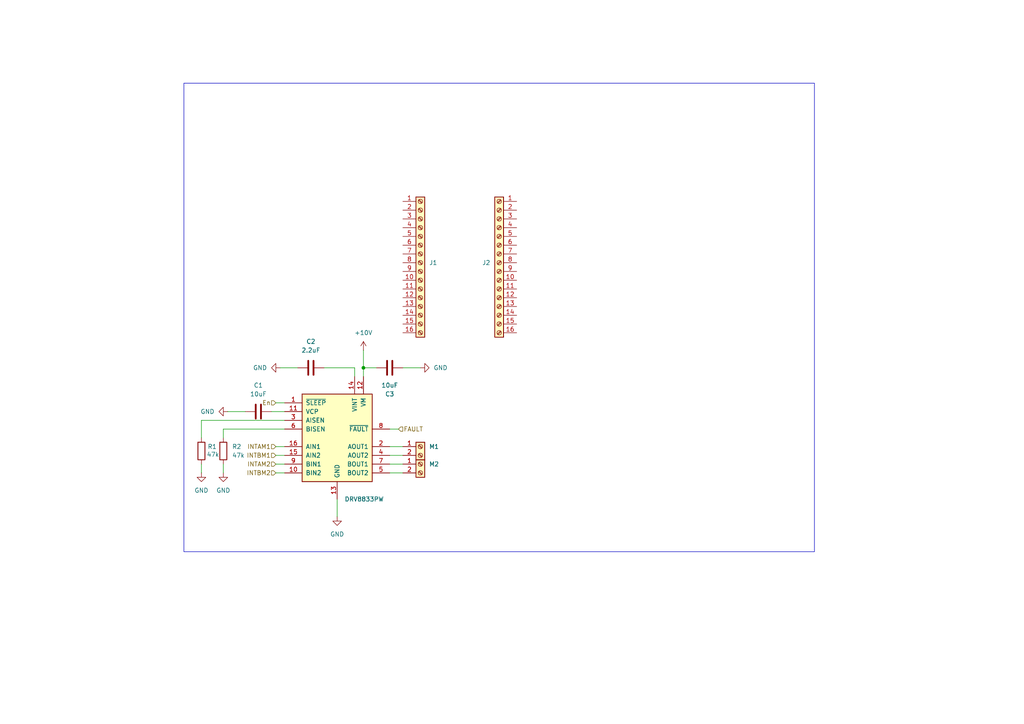
<source format=kicad_sch>
(kicad_sch (version 20250114) (generator "eeschema") (generator_version "9.0")
  (paper "A4")
  (lib_symbols
    (symbol "Connector:Screw_Terminal_01x02" (pin_names (offset 1.016) (hide yes))
      (property "Reference" "J" (at 0 2.54 0))
      (property "Value" "Screw_Terminal_01x02" (at 0 -5.08 0))
      (symbol "Screw_Terminal_01x02_1_1"
        (rectangle (start -1.27 1.27) (end 1.27 -3.81) (stroke (width 0.254)) (fill (type background)))
        (polyline (pts (xy -0.5334 0.3302) (xy 0.3302 -0.508)) (stroke (width 0.1524)))
        (polyline (pts (xy -0.5334 -2.2098) (xy 0.3302 -3.048)) (stroke (width 0.1524)))
        (polyline (pts (xy -0.3556 0.508) (xy 0.508 -0.3302)) (stroke (width 0.1524)))
        (polyline (pts (xy -0.3556 -2.032) (xy 0.508 -2.8702)) (stroke (width 0.1524)))
        (circle (center 0 0) (radius 0.635) (stroke (width 0.1524)))
        (circle (center 0 -2.54) (radius 0.635) (stroke (width 0.1524)))
        (pin passive line (at -5.08 0 0) (length 3.81) (name "Pin_1") (number "1"))
        (pin passive line (at -5.08 -2.54 0) (length 3.81) (name "Pin_2") (number "2"))
      )
    )
    (symbol "Connector:Screw_Terminal_01x16" (pin_names (offset 1.016) (hide yes))
      (property "Reference" "J" (at 0 20.32 0))
      (property "Value" "Screw_Terminal_01x16" (at 0 -22.86 0))
      (symbol "Screw_Terminal_01x16_1_1"
        (rectangle (start -1.27 19.05) (end 1.27 -21.59) (stroke (width 0.254)) (fill (type background)))
        (polyline (pts (xy -0.5334 18.1102) (xy 0.3302 17.272)) (stroke (width 0.1524)))
        (polyline (pts (xy -0.5334 15.5702) (xy 0.3302 14.732)) (stroke (width 0.1524)))
        (polyline (pts (xy -0.5334 13.0302) (xy 0.3302 12.192)) (stroke (width 0.1524)))
        (polyline (pts (xy -0.5334 10.4902) (xy 0.3302 9.652)) (stroke (width 0.1524)))
        (polyline (pts (xy -0.5334 7.9502) (xy 0.3302 7.112)) (stroke (width 0.1524)))
        (polyline (pts (xy -0.5334 5.4102) (xy 0.3302 4.572)) (stroke (width 0.1524)))
        (polyline (pts (xy -0.5334 2.8702) (xy 0.3302 2.032)) (stroke (width 0.1524)))
        (polyline (pts (xy -0.5334 0.3302) (xy 0.3302 -0.508)) (stroke (width 0.1524)))
        (polyline (pts (xy -0.5334 -2.2098) (xy 0.3302 -3.048)) (stroke (width 0.1524)))
        (polyline (pts (xy -0.5334 -4.7498) (xy 0.3302 -5.588)) (stroke (width 0.1524)))
        (polyline (pts (xy -0.5334 -7.2898) (xy 0.3302 -8.128)) (stroke (width 0.1524)))
        (polyline (pts (xy -0.5334 -9.8298) (xy 0.3302 -10.668)) (stroke (width 0.1524)))
        (polyline (pts (xy -0.5334 -12.3698) (xy 0.3302 -13.208)) (stroke (width 0.1524)))
        (polyline (pts (xy -0.5334 -14.9098) (xy 0.3302 -15.748)) (stroke (width 0.1524)))
        (polyline (pts (xy -0.5334 -17.4498) (xy 0.3302 -18.288)) (stroke (width 0.1524)))
        (polyline (pts (xy -0.5334 -19.9898) (xy 0.3302 -20.828)) (stroke (width 0.1524)))
        (polyline (pts (xy -0.3556 18.288) (xy 0.508 17.4498)) (stroke (width 0.1524)))
        (polyline (pts (xy -0.3556 15.748) (xy 0.508 14.9098)) (stroke (width 0.1524)))
        (polyline (pts (xy -0.3556 13.208) (xy 0.508 12.3698)) (stroke (width 0.1524)))
        (polyline (pts (xy -0.3556 10.668) (xy 0.508 9.8298)) (stroke (width 0.1524)))
        (polyline (pts (xy -0.3556 8.128) (xy 0.508 7.2898)) (stroke (width 0.1524)))
        (polyline (pts (xy -0.3556 5.588) (xy 0.508 4.7498)) (stroke (width 0.1524)))
        (polyline (pts (xy -0.3556 3.048) (xy 0.508 2.2098)) (stroke (width 0.1524)))
        (polyline (pts (xy -0.3556 0.508) (xy 0.508 -0.3302)) (stroke (width 0.1524)))
        (polyline (pts (xy -0.3556 -2.032) (xy 0.508 -2.8702)) (stroke (width 0.1524)))
        (polyline (pts (xy -0.3556 -4.572) (xy 0.508 -5.4102)) (stroke (width 0.1524)))
        (polyline (pts (xy -0.3556 -7.112) (xy 0.508 -7.9502)) (stroke (width 0.1524)))
        (polyline (pts (xy -0.3556 -9.652) (xy 0.508 -10.4902)) (stroke (width 0.1524)))
        (polyline (pts (xy -0.3556 -12.192) (xy 0.508 -13.0302)) (stroke (width 0.1524)))
        (polyline (pts (xy -0.3556 -14.732) (xy 0.508 -15.5702)) (stroke (width 0.1524)))
        (polyline (pts (xy -0.3556 -17.272) (xy 0.508 -18.1102)) (stroke (width 0.1524)))
        (polyline (pts (xy -0.3556 -19.812) (xy 0.508 -20.6502)) (stroke (width 0.1524)))
        (circle (center 0 17.78) (radius 0.635) (stroke (width 0.1524)))
        (circle (center 0 15.24) (radius 0.635) (stroke (width 0.1524)))
        (circle (center 0 12.7) (radius 0.635) (stroke (width 0.1524)))
        (circle (center 0 10.16) (radius 0.635) (stroke (width 0.1524)))
        (circle (center 0 7.62) (radius 0.635) (stroke (width 0.1524)))
        (circle (center 0 5.08) (radius 0.635) (stroke (width 0.1524)))
        (circle (center 0 2.54) (radius 0.635) (stroke (width 0.1524)))
        (circle (center 0 0) (radius 0.635) (stroke (width 0.1524)))
        (circle (center 0 -2.54) (radius 0.635) (stroke (width 0.1524)))
        (circle (center 0 -5.08) (radius 0.635) (stroke (width 0.1524)))
        (circle (center 0 -7.62) (radius 0.635) (stroke (width 0.1524)))
        (circle (center 0 -10.16) (radius 0.635) (stroke (width 0.1524)))
        (circle (center 0 -12.7) (radius 0.635) (stroke (width 0.1524)))
        (circle (center 0 -15.24) (radius 0.635) (stroke (width 0.1524)))
        (circle (center 0 -17.78) (radius 0.635) (stroke (width 0.1524)))
        (circle (center 0 -20.32) (radius 0.635) (stroke (width 0.1524)))
        (pin passive line (at -5.08 17.78 0) (length 3.81) (name "Pin_1") (number "1"))
        (pin passive line (at -5.08 15.24 0) (length 3.81) (name "Pin_2") (number "2"))
        (pin passive line (at -5.08 12.7 0) (length 3.81) (name "Pin_3") (number "3"))
        (pin passive line (at -5.08 10.16 0) (length 3.81) (name "Pin_4") (number "4"))
        (pin passive line (at -5.08 7.62 0) (length 3.81) (name "Pin_5") (number "5"))
        (pin passive line (at -5.08 5.08 0) (length 3.81) (name "Pin_6") (number "6"))
        (pin passive line (at -5.08 2.54 0) (length 3.81) (name "Pin_7") (number "7"))
        (pin passive line (at -5.08 0 0) (length 3.81) (name "Pin_8") (number "8"))
        (pin passive line (at -5.08 -2.54 0) (length 3.81) (name "Pin_9") (number "9"))
        (pin passive line (at -5.08 -5.08 0) (length 3.81) (name "Pin_10") (number "10"))
        (pin passive line (at -5.08 -7.62 0) (length 3.81) (name "Pin_11") (number "11"))
        (pin passive line (at -5.08 -10.16 0) (length 3.81) (name "Pin_12") (number "12"))
        (pin passive line (at -5.08 -12.7 0) (length 3.81) (name "Pin_13") (number "13"))
        (pin passive line (at -5.08 -15.24 0) (length 3.81) (name "Pin_14") (number "14"))
        (pin passive line (at -5.08 -17.78 0) (length 3.81) (name "Pin_15") (number "15"))
        (pin passive line (at -5.08 -20.32 0) (length 3.81) (name "Pin_16") (number "16"))
      )
    )
    (symbol "Device:C" (pin_numbers (hide yes)) (pin_names (offset 0.254))
      (property "Reference" "C" (at 0.635 2.54 0))
      (property "Value" "C" (at 0.635 -2.54 0))
      (symbol "C_0_1"
        (polyline (pts (xy -2.032 0.762) (xy 2.032 0.762)) (stroke (width 0.508)))
        (polyline (pts (xy -2.032 -0.762) (xy 2.032 -0.762)) (stroke (width 0.508)))
      )
      (symbol "C_1_1"
        (pin passive line (at 0 3.81 270) (length 2.794) (name "~") (number "1"))
        (pin passive line (at 0 -3.81 90) (length 2.794) (name "~") (number "2"))
      )
    )
    (symbol "Device:R" (pin_numbers (hide yes)) (pin_names (offset 0))
      (property "Reference" "R" (at 2.032 0 90))
      (property "Value" "R" (at 0 0 90))
      (symbol "R_0_1"
        (rectangle (start -1.016 -2.54) (end 1.016 2.54) (stroke (width 0.254)))
      )
      (symbol "R_1_1"
        (pin passive line (at 0 3.81 270) (length 1.27) (name "~") (number "1"))
        (pin passive line (at 0 -3.81 90) (length 1.27) (name "~") (number "2"))
      )
    )
    (symbol "Driver_Motor:DRV8833PW" (pin_names (offset 1.016))
      (property "Reference" "U" (at -3.81 16.51 0))
      (property "Value" "DRV8833PW" (at -3.81 13.97 0))
      (symbol "DRV8833PW_0_1"
        (rectangle (start -10.16 12.7) (end 10.16 -12.7) (stroke (width 0.254)) (fill (type background)))
      )
      (symbol "DRV8833PW_1_1"
        (pin input line (at -15.24 10.16 0) (length 5.08) (name "~{SLEEP}") (number "1"))
        (pin bidirectional line (at -15.24 7.62 0) (length 5.08) (name "VCP") (number "11"))
        (pin bidirectional line (at -15.24 5.08 0) (length 5.08) (name "AISEN") (number "3"))
        (pin bidirectional line (at -15.24 2.54 0) (length 5.08) (name "BISEN") (number "6"))
        (pin input line (at -15.24 -2.54 0) (length 5.08) (name "AIN1") (number "16"))
        (pin input line (at -15.24 -5.08 0) (length 5.08) (name "AIN2") (number "15"))
        (pin input line (at -15.24 -7.62 0) (length 5.08) (name "BIN1") (number "9"))
        (pin input line (at -15.24 -10.16 0) (length 5.08) (name "BIN2") (number "10"))
        (pin power_in line (at 0 -17.78 90) (length 5.08) (name "GND") (number "13"))
        (pin power_in line (at 5.08 17.78 270) (length 5.08) (name "VINT") (number "14"))
        (pin power_in line (at 7.62 17.78 270) (length 5.08) (name "VM") (number "12"))
        (pin open_collector line (at 15.24 2.54 180) (length 5.08) (name "~{FAULT}") (number "8"))
        (pin power_out line (at 15.24 -2.54 180) (length 5.08) (name "AOUT1") (number "2"))
        (pin power_out line (at 15.24 -5.08 180) (length 5.08) (name "AOUT2") (number "4"))
        (pin power_out line (at 15.24 -7.62 180) (length 5.08) (name "BOUT1") (number "7"))
        (pin power_out line (at 15.24 -10.16 180) (length 5.08) (name "BOUT2") (number "5"))
      )
    )
    (symbol "power:+10V" (power) (pin_numbers (hide yes)) (pin_names (offset 0) (hide yes))
      (property "Value" "+10V" (at 0 3.556 0))
      (symbol "+10V_0_1"
        (polyline (pts (xy -0.762 1.27) (xy 0 2.54)))
        (polyline (pts (xy 0 2.54) (xy 0.762 1.27)))
        (polyline (pts (xy 0 0) (xy 0 2.54)))
      )
      (symbol "+10V_1_1"
        (pin power_in line (at 0 0 90) (length 0) (name "~") (number "1"))
      )
    )
    (symbol "power:GND" (power) (pin_numbers (hide yes)) (pin_names (offset 0) (hide yes))
      (property "Value" "GND" (at 0 -3.81 0))
      (symbol "GND_0_1"
        (polyline (pts (xy 0 0) (xy 0 -1.27) (xy 1.27 -1.27) (xy 0 -2.54) (xy -1.27 -1.27) (xy 0 -1.27)))
      )
      (symbol "GND_1_1"
        (pin power_in line (at 0 0 270) (length 0) (name "~") (number "1"))
      )
    )
  )
  (rectangle (start 53.34 24.13) (end 236.22 160.02))
  (junction (at 105.41 106.68))
  (wire (pts (xy 80.01 116.84) (xy 82.55 116.84)))
  (wire (pts (xy 80.01 129.54) (xy 82.55 129.54)))
  (wire (pts (xy 109.22 106.68) (xy 105.41 106.68)))
  (wire (pts (xy 66.04 119.38) (xy 71.12 119.38)))
  (wire (pts (xy 113.03 132.08) (xy 116.84 132.08)))
  (wire (pts (xy 58.42 127) (xy 58.42 121.92)))
  (wire (pts (xy 121.92 106.68) (xy 116.84 106.68)))
  (wire (pts (xy 93.98 106.68) (xy 102.87 106.68)))
  (wire (pts (xy 113.03 124.46) (xy 115.57 124.46)))
  (wire (pts (xy 80.01 137.16) (xy 82.55 137.16)))
  (wire (pts (xy 102.87 106.68) (xy 102.87 109.22)))
  (wire (pts (xy 58.42 121.92) (xy 82.55 121.92)))
  (wire (pts (xy 105.41 101.6) (xy 105.41 106.68)))
  (wire (pts (xy 58.42 134.62) (xy 58.42 137.16)))
  (wire (pts (xy 113.03 137.16) (xy 116.84 137.16)))
  (wire (pts (xy 80.01 132.08) (xy 82.55 132.08)))
  (wire (pts (xy 105.41 106.68) (xy 105.41 109.22)))
  (wire (pts (xy 113.03 134.62) (xy 116.84 134.62)))
  (wire (pts (xy 78.74 119.38) (xy 82.55 119.38)))
  (wire (pts (xy 81.28 106.68) (xy 86.36 106.68)))
  (wire (pts (xy 64.77 134.62) (xy 64.77 137.16)))
  (wire (pts (xy 80.01 134.62) (xy 82.55 134.62)))
  (wire (pts (xy 64.77 127) (xy 64.77 124.46)))
  (wire (pts (xy 113.03 129.54) (xy 116.84 129.54)))
  (wire (pts (xy 64.77 124.46) (xy 82.55 124.46)))
  (wire (pts (xy 97.79 144.78) (xy 97.79 149.86)))
  (hierarchical_label "INTBM1" (shape input) (at 80.01 132.08 180))
  (hierarchical_label "FAULT" (shape input) (at 115.57 124.46 0))
  (hierarchical_label "En" (shape input) (at 80.01 116.84 180))
  (hierarchical_label "INTBM2" (shape input) (at 80.01 137.16 180))
  (hierarchical_label "INTAM1" (shape input) (at 80.01 129.54 180))
  (hierarchical_label "INTAM2" (shape input) (at 80.01 134.62 180))
  (symbol (lib_id "Device:C") (at 74.93 119.38 90) (unit 1)
    (property "Reference" "C1" (at 74.93 111.76 90))
    (property "Value" "10uF" (at 74.93 114.3 90))
    (property "Footprint" "Capacitor_SMD:C_1206_3216Metric_Pad1.33x1.80mm_HandSolder" (effects (hide yes)))
    (property "Description" "Unpolarized capacitor" (effects (hide yes)))
  )
  (symbol (lib_id "Connector:Screw_Terminal_01x02") (at 121.92 129.54 0) (unit 1)
    (property "Reference" "M1" (at 124.46 129.5399 0) (effects (justify left)))
    (property "Value" "Screw_Terminal_01x02" (effects (hide yes)))
    (property "Footprint" "Connector_JST:JST_XH_B2B-XH-A_1x02_P2.50mm_Vertical" (effects (hide yes)))
    (property "Description" "Generic screw terminal, single row, 01x02, script generated (kicad-library-utils/schlib/autogen/connector/)" (effects (hide yes)))
  )
  (symbol (lib_id "power:GND") (at 58.42 137.16 0) (unit 1)
    (property "Reference" "#PWR03" (effects (hide yes)))
    (property "Value" "GND" (at 58.42 142.24 0))
    (property "Description" "Power symbol creates a global label with name \"GND\" , ground" (effects (hide yes)))
  )
  (symbol (lib_id "Connector:Screw_Terminal_01x16") (at 121.92 76.2 0) (unit 1)
    (property "Reference" "J1" (at 124.46 76.1999 0) (effects (justify left)))
    (property "Value" "Screw_Terminal_01x16" (effects (hide yes)))
    (property "Footprint" "TerminalBlock:TerminalBlock_MaiXu_MX126-5.0-16P_1x16_P5.00mm" (effects (hide yes)))
    (property "Description" "Generic screw terminal, single row, 01x16, script generated (kicad-library-utils/schlib/autogen/connector/)" (effects (hide yes)))
  )
  (symbol (lib_id "power:GND") (at 97.79 149.86 0) (unit 1)
    (property "Reference" "#PWR01" (effects (hide yes)))
    (property "Value" "GND" (at 97.79 154.94 0))
    (property "Description" "Power symbol creates a global label with name \"GND\" , ground" (effects (hide yes)))
  )
  (symbol (lib_id "Connector:Screw_Terminal_01x16") (at 144.78 76.2 0) (mirror y) (unit 1)
    (property "Reference" "J2" (at 142.24 76.1999 0) (effects (justify left)))
    (property "Value" "Screw_Terminal_01x16" (effects (hide yes)))
    (property "Footprint" "TerminalBlock:TerminalBlock_MaiXu_MX126-5.0-16P_1x16_P5.00mm" (effects (hide yes)))
    (property "Description" "Generic screw terminal, single row, 01x16, script generated (kicad-library-utils/schlib/autogen/connector/)" (effects (hide yes)))
  )
  (symbol (lib_id "Device:C") (at 90.17 106.68 90) (unit 1)
    (property "Reference" "C2" (at 90.17 99.06 90))
    (property "Value" "2.2uF" (at 90.17 101.6 90))
    (property "Footprint" "Capacitor_SMD:C_0805_2012Metric_Pad1.18x1.45mm_HandSolder" (effects (hide yes)))
    (property "Description" "Unpolarized capacitor" (effects (hide yes)))
  )
  (symbol (lib_id "power:GND") (at 121.92 106.68 90) (unit 1)
    (property "Reference" "#PWR06" (effects (hide yes)))
    (property "Value" "GND" (at 125.73 106.6801 90) (effects (justify right)))
    (property "Description" "Power symbol creates a global label with name \"GND\" , ground" (effects (hide yes)))
  )
  (symbol (lib_id "Device:R") (at 64.77 130.81 0) (unit 1)
    (property "Reference" "R2" (at 67.31 129.5399 0) (effects (justify left)))
    (property "Value" "47k" (at 67.31 132.0799 0) (effects (justify left)))
    (property "Footprint" "Resistor_SMD:R_0402_1005Metric_Pad0.72x0.64mm_HandSolder" (effects (hide yes)))
    (property "Description" "Resistor" (effects (hide yes)))
  )
  (symbol (lib_id "Device:R") (at 58.42 130.81 0) (unit 1)
    (property "Reference" "R1" (at 60.198 129.54 0) (effects (justify left)))
    (property "Value" "47k" (at 59.944 131.826 0) (effects (justify left)))
    (property "Footprint" "Resistor_SMD:R_0201_0603Metric_Pad0.64x0.40mm_HandSolder" (effects (hide yes)))
    (property "Description" "Resistor" (effects (hide yes)))
  )
  (symbol (lib_id "Device:C") (at 113.03 106.68 270) (unit 1)
    (property "Reference" "C3" (at 113.03 114.3 90))
    (property "Value" "10uF" (at 113.03 111.76 90))
    (property "Footprint" "Capacitor_SMD:C_1206_3216Metric_Pad1.33x1.80mm_HandSolder" (effects (hide yes)))
    (property "Description" "Unpolarized capacitor" (effects (hide yes)))
  )
  (symbol (lib_id "power:+10V") (at 105.41 101.6 0) (unit 1)
    (property "Reference" "#PWR07" (effects (hide yes)))
    (property "Value" "+10V" (at 105.41 96.52 0))
    (property "Description" "Power symbol creates a global label with name \"+10V\"" (effects (hide yes)))
  )
  (symbol (lib_id "power:GND") (at 64.77 137.16 0) (unit 1)
    (property "Reference" "#PWR04" (effects (hide yes)))
    (property "Value" "GND" (at 64.77 142.24 0))
    (property "Description" "Power symbol creates a global label with name \"GND\" , ground" (effects (hide yes)))
  )
  (symbol (lib_id "Driver_Motor:DRV8833PW") (at 97.79 127 0) (unit 1)
    (property "Reference" "U2" (effects (hide yes)))
    (property "Value" "DRV8833PW" (at 99.9333 144.78 0) (effects (justify left)))
    (property "Footprint" "Package_SO:TSSOP-16_4.4x5mm_P0.65mm" (effects (hide yes)))
    (property "Datasheet" "http://www.ti.com/lit/ds/symlink/drv8833.pdf" (effects (hide yes)))
    (property "Description" "Dual H-Bridge Motor Driver, TSSOP-16" (effects (hide yes)))
  )
  (symbol (lib_id "Connector:Screw_Terminal_01x02") (at 121.92 134.62 0) (unit 1)
    (property "Reference" "M2" (at 124.46 134.6199 0) (effects (justify left)))
    (property "Value" "Screw_Terminal_01x02" (effects (hide yes)))
    (property "Footprint" "Connector_JST:JST_XH_B2B-XH-A_1x02_P2.50mm_Vertical" (effects (hide yes)))
    (property "Description" "Generic screw terminal, single row, 01x02, script generated (kicad-library-utils/schlib/autogen/connector/)" (effects (hide yes)))
  )
  (symbol (lib_id "power:GND") (at 81.28 106.68 270) (unit 1)
    (property "Reference" "#PWR05" (effects (hide yes)))
    (property "Value" "GND" (at 77.47 106.6799 90) (effects (justify right)))
    (property "Description" "Power symbol creates a global label with name \"GND\" , ground" (effects (hide yes)))
  )
  (symbol (lib_id "power:GND") (at 66.04 119.38 270) (unit 1)
    (property "Reference" "#PWR02" (effects (hide yes)))
    (property "Value" "GND" (at 62.23 119.3799 90) (effects (justify right)))
    (property "Description" "Power symbol creates a global label with name \"GND\" , ground" (effects (hide yes)))
  )
)
</source>
